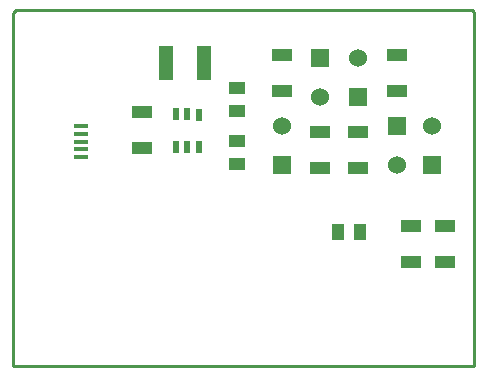
<source format=gtp>
%FSLAX23Y23*%
%MOIN*%
G70*
G01*
G75*
G04 Layer_Color=8421504*
%ADD10R,0.065X0.040*%
%ADD11R,0.051X0.118*%
%ADD12R,0.022X0.039*%
%ADD13R,0.049X0.016*%
%ADD14R,0.040X0.055*%
%ADD15C,0.060*%
%ADD16R,0.060X0.060*%
%ADD17R,0.055X0.040*%
%ADD18C,0.020*%
%ADD19C,0.015*%
%ADD20C,0.010*%
%ADD21C,0.090*%
%ADD22C,0.067*%
%ADD23C,0.031*%
%ADD24R,0.060X0.060*%
%ADD25C,0.050*%
%ADD26C,0.012*%
%ADD27C,0.006*%
%ADD28C,0.007*%
%ADD29C,0.007*%
%ADD30C,0.008*%
D10*
X2539Y2276D02*
D03*
Y2156D02*
D03*
X2156Y2276D02*
D03*
Y2156D02*
D03*
X1689Y2085D02*
D03*
Y1965D02*
D03*
X2588Y1706D02*
D03*
Y1586D02*
D03*
X2700Y1706D02*
D03*
Y1586D02*
D03*
X2411Y2020D02*
D03*
Y1900D02*
D03*
X2283Y2020D02*
D03*
Y1900D02*
D03*
D11*
X1769Y2248D02*
D03*
X1895D02*
D03*
D12*
X1803Y2077D02*
D03*
X1841D02*
D03*
X1803Y1969D02*
D03*
X1841D02*
D03*
X1879Y2076D02*
D03*
Y1969D02*
D03*
D13*
X1486Y1935D02*
D03*
Y1961D02*
D03*
Y1986D02*
D03*
Y2012D02*
D03*
Y2037D02*
D03*
D14*
X2342Y1684D02*
D03*
X2417D02*
D03*
D15*
X2657Y2038D02*
D03*
X2539Y1909D02*
D03*
X2411Y2264D02*
D03*
X2283Y2136D02*
D03*
X2156Y2038D02*
D03*
D16*
X2657Y1908D02*
D03*
X2539Y2039D02*
D03*
X2411Y2134D02*
D03*
X2283Y2266D02*
D03*
X2156Y1908D02*
D03*
D17*
X2008Y2090D02*
D03*
Y2165D02*
D03*
Y1913D02*
D03*
Y1988D02*
D03*
D20*
X1260Y2380D02*
Y2415D01*
X1270Y2425D01*
X2790D01*
X1260Y1240D02*
Y2380D01*
X2790Y2425D02*
X2795Y2420D01*
Y1240D02*
Y2420D01*
X1260Y1240D02*
X2795D01*
M02*

</source>
